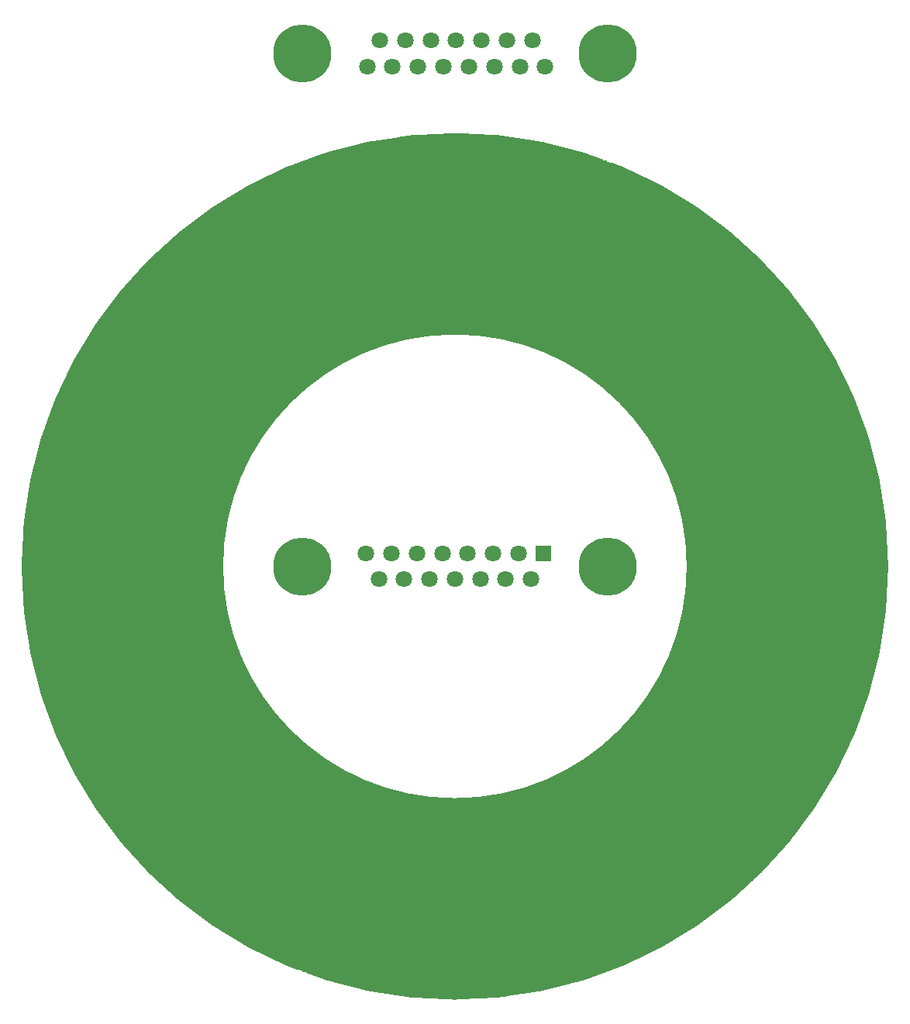
<source format=gbr>
%TF.GenerationSoftware,KiCad,Pcbnew,7.0.9*%
%TF.CreationDate,2024-05-16T17:58:55-06:00*%
%TF.ProjectId,KF50_Stepper_FT_1B_1O,4b463530-5f53-4746-9570-7065725f4654,rev?*%
%TF.SameCoordinates,Original*%
%TF.FileFunction,Soldermask,Bot*%
%TF.FilePolarity,Negative*%
%FSLAX46Y46*%
G04 Gerber Fmt 4.6, Leading zero omitted, Abs format (unit mm)*
G04 Created by KiCad (PCBNEW 7.0.9) date 2024-05-16 17:58:55*
%MOMM*%
%LPD*%
G01*
G04 APERTURE LIST*
%ADD10C,22.000000*%
%ADD11C,6.350000*%
%ADD12C,1.800000*%
%ADD13R,1.800000X1.800000*%
%ADD14C,10.000000*%
G04 APERTURE END LIST*
D10*
X36323279Y0D02*
G75*
G03*
X36323279Y0I-36323279J0D01*
G01*
D11*
%TO.C,J4*%
X16660000Y56000000D03*
X-16660000Y56000000D03*
D12*
X9860000Y54580000D03*
X7080000Y54580000D03*
X4300000Y54580000D03*
X1520000Y54580000D03*
X-1260000Y54580000D03*
X-4040000Y54580000D03*
X-6820000Y54580000D03*
X-9600000Y54580000D03*
X8470000Y57420000D03*
X5690000Y57420000D03*
X2910000Y57420000D03*
X130000Y57420000D03*
X-2650000Y57420000D03*
X-5430000Y57420000D03*
X-8210000Y57420000D03*
%TD*%
D11*
%TO.C,J3*%
X-16660000Y0D03*
X16660000Y0D03*
D13*
X9700000Y1420000D03*
D12*
X6920000Y1420000D03*
X4160000Y1420000D03*
X1380000Y1420000D03*
X-1380000Y1420000D03*
X-4160000Y1420000D03*
X-6920000Y1420000D03*
X-9700000Y1420000D03*
X8310000Y-1420000D03*
X5540000Y-1420000D03*
X2770000Y-1420000D03*
X0Y-1420000D03*
X-2770000Y-1420000D03*
X-5540000Y-1420000D03*
X-8310000Y-1420000D03*
%TD*%
D14*
%TO.C,H8*%
X38271001Y15821362D03*
%TD*%
%TO.C,H7*%
X38271001Y-15941362D03*
%TD*%
%TO.C,H6*%
X15811362Y38281001D03*
%TD*%
%TO.C,Hm*%
X15811362Y-38401001D03*
%TD*%
%TO.C,H4*%
X-15951362Y38281001D03*
%TD*%
%TO.C,H3*%
X-15951362Y-38401001D03*
%TD*%
%TO.C,H2*%
X-38411001Y15821362D03*
%TD*%
%TO.C,H1*%
X-38411001Y-15941362D03*
%TD*%
M02*

</source>
